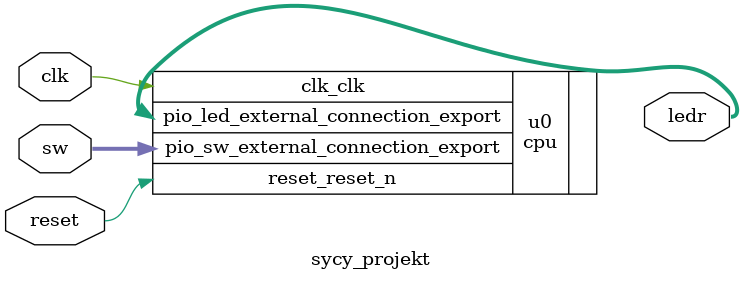
<source format=v>
module sycy_projekt
(
	input clk, reset,
	input [7:0] sw,
	output [7:0] ledr
);


cpu u0 (
	.clk_clk                             (clk),  //  clk.clk
	.reset_reset_n                       (reset), // reset.reset_n
	.pio_sw_external_connection_export (sw), // pio_ledr_external_connection.export
	.pio_led_external_connection_export   (ledr)    // pio_sw_external_connection.export
);
	
endmodule 

</source>
